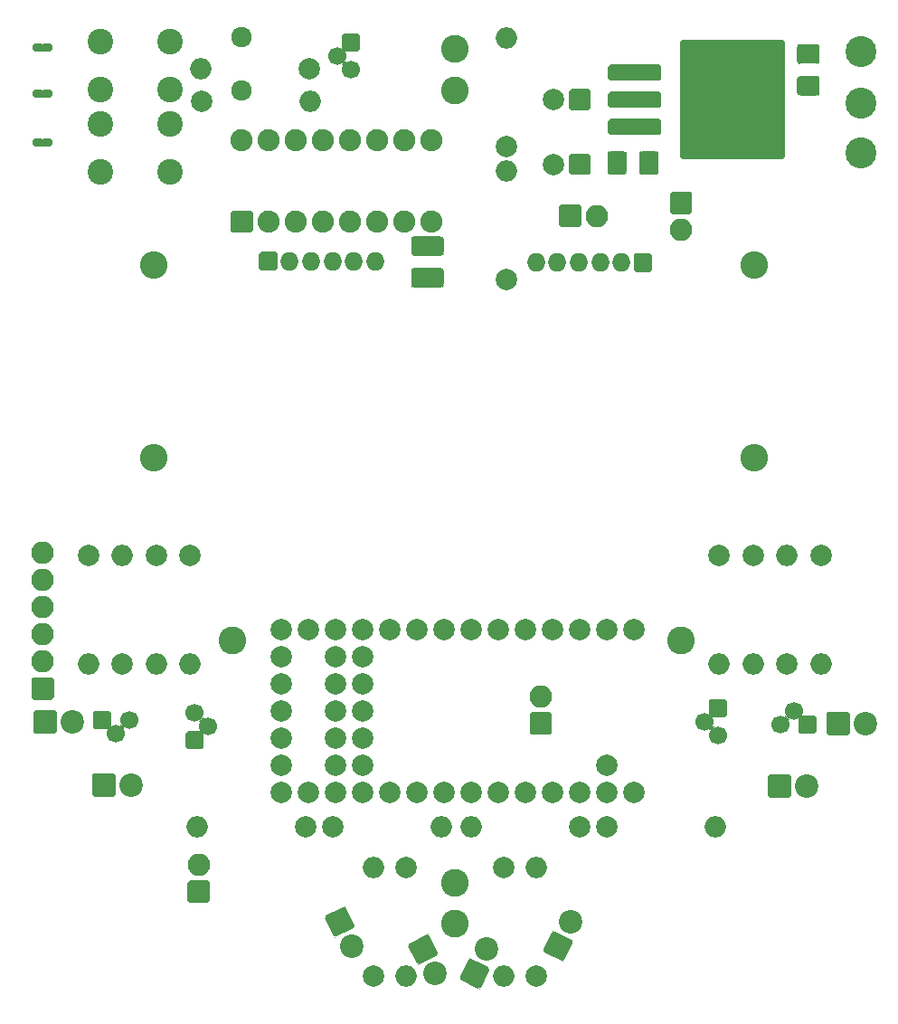
<source format=gts>
G04 #@! TF.GenerationSoftware,KiCad,Pcbnew,(5.1.7)-1*
G04 #@! TF.CreationDate,2021-05-02T01:51:04-07:00*
G04 #@! TF.ProjectId,mouse_v2,6d6f7573-655f-4763-922e-6b696361645f,rev?*
G04 #@! TF.SameCoordinates,Original*
G04 #@! TF.FileFunction,Soldermask,Top*
G04 #@! TF.FilePolarity,Negative*
%FSLAX46Y46*%
G04 Gerber Fmt 4.6, Leading zero omitted, Abs format (unit mm)*
G04 Created by KiCad (PCBNEW (5.1.7)-1) date 2021-05-02 01:51:04*
%MOMM*%
%LPD*%
G01*
G04 APERTURE LIST*
%ADD10C,2.000000*%
%ADD11C,1.700000*%
%ADD12C,2.900000*%
%ADD13O,2.000000X2.000000*%
%ADD14C,1.924000*%
%ADD15C,2.400000*%
%ADD16C,2.200000*%
%ADD17O,2.100000X2.100000*%
%ADD18C,2.076400*%
%ADD19C,2.584400*%
%ADD20O,1.750000X1.750000*%
%ADD21C,2.600000*%
%ADD22C,0.100000*%
G04 APERTURE END LIST*
G36*
G01*
X156275175Y-75578000D02*
X158684825Y-75578000D01*
G75*
G02*
X159005000Y-75898175I0J-320175D01*
G01*
X159005000Y-77082825D01*
G75*
G02*
X158684825Y-77403000I-320175J0D01*
G01*
X156275175Y-77403000D01*
G75*
G02*
X155955000Y-77082825I0J320175D01*
G01*
X155955000Y-75898175D01*
G75*
G02*
X156275175Y-75578000I320175J0D01*
G01*
G37*
G36*
G01*
X156275175Y-78553000D02*
X158684825Y-78553000D01*
G75*
G02*
X159005000Y-78873175I0J-320175D01*
G01*
X159005000Y-80057825D01*
G75*
G02*
X158684825Y-80378000I-320175J0D01*
G01*
X156275175Y-80378000D01*
G75*
G02*
X155955000Y-80057825I0J320175D01*
G01*
X155955000Y-78873175D01*
G75*
G02*
X156275175Y-78553000I320175J0D01*
G01*
G37*
D10*
X169254800Y-62788800D03*
G36*
G01*
X172754800Y-61988800D02*
X172754800Y-63588800D01*
G75*
G02*
X172554800Y-63788800I-200000J0D01*
G01*
X170954800Y-63788800D01*
G75*
G02*
X170754800Y-63588800I0J200000D01*
G01*
X170754800Y-61988800D01*
G75*
G02*
X170954800Y-61788800I200000J0D01*
G01*
X172554800Y-61788800D01*
G75*
G02*
X172754800Y-61988800I0J-200000D01*
G01*
G37*
G36*
G01*
X172754800Y-68034000D02*
X172754800Y-69634000D01*
G75*
G02*
X172554800Y-69834000I-200000J0D01*
G01*
X170954800Y-69834000D01*
G75*
G02*
X170754800Y-69634000I0J200000D01*
G01*
X170754800Y-68034000D01*
G75*
G02*
X170954800Y-67834000I200000J0D01*
G01*
X172554800Y-67834000D01*
G75*
G02*
X172754800Y-68034000I0J-200000D01*
G01*
G37*
X169254800Y-68834000D03*
D11*
X190500000Y-121285000D03*
G36*
G01*
X193690000Y-122135000D02*
X192390000Y-122135000D01*
G75*
G02*
X192190000Y-121935000I0J200000D01*
G01*
X192190000Y-120635000D01*
G75*
G02*
X192390000Y-120435000I200000J0D01*
G01*
X193690000Y-120435000D01*
G75*
G02*
X193890000Y-120635000I0J-200000D01*
G01*
X193890000Y-121935000D01*
G75*
G02*
X193690000Y-122135000I-200000J0D01*
G01*
G37*
X191770000Y-120015000D03*
X183415940Y-120990360D03*
G36*
G01*
X185535940Y-119070360D02*
X185535940Y-120370360D01*
G75*
G02*
X185335940Y-120570360I-200000J0D01*
G01*
X184035940Y-120570360D01*
G75*
G02*
X183835940Y-120370360I0J200000D01*
G01*
X183835940Y-119070360D01*
G75*
G02*
X184035940Y-118870360I200000J0D01*
G01*
X185335940Y-118870360D01*
G75*
G02*
X185535940Y-119070360I0J-200000D01*
G01*
G37*
X184685940Y-122260360D03*
X129540000Y-120840500D03*
G36*
G01*
X126350000Y-119990500D02*
X127650000Y-119990500D01*
G75*
G02*
X127850000Y-120190500I0J-200000D01*
G01*
X127850000Y-121490500D01*
G75*
G02*
X127650000Y-121690500I-200000J0D01*
G01*
X126350000Y-121690500D01*
G75*
G02*
X126150000Y-121490500I0J200000D01*
G01*
X126150000Y-120190500D01*
G75*
G02*
X126350000Y-119990500I200000J0D01*
G01*
G37*
X128270000Y-122110500D03*
X136982200Y-121462800D03*
G36*
G01*
X134862200Y-123382800D02*
X134862200Y-122082800D01*
G75*
G02*
X135062200Y-121882800I200000J0D01*
G01*
X136362200Y-121882800D01*
G75*
G02*
X136562200Y-122082800I0J-200000D01*
G01*
X136562200Y-123382800D01*
G75*
G02*
X136362200Y-123582800I-200000J0D01*
G01*
X135062200Y-123582800D01*
G75*
G02*
X134862200Y-123382800I0J200000D01*
G01*
G37*
X135712200Y-120192800D03*
D12*
X198069200Y-58319200D03*
X198069200Y-63069200D03*
X198069200Y-67769200D03*
D10*
X146405600Y-59893200D03*
D13*
X136245600Y-59893200D03*
D14*
X140055600Y-61885200D03*
X140105600Y-56885200D03*
G36*
G01*
X174333200Y-69436425D02*
X174333200Y-67926775D01*
G75*
G02*
X174653375Y-67606600I320175J0D01*
G01*
X175838025Y-67606600D01*
G75*
G02*
X176158200Y-67926775I0J-320175D01*
G01*
X176158200Y-69436425D01*
G75*
G02*
X175838025Y-69756600I-320175J0D01*
G01*
X174653375Y-69756600D01*
G75*
G02*
X174333200Y-69436425I0J320175D01*
G01*
G37*
G36*
G01*
X177308200Y-69436425D02*
X177308200Y-67926775D01*
G75*
G02*
X177628375Y-67606600I320175J0D01*
G01*
X178813025Y-67606600D01*
G75*
G02*
X179133200Y-67926775I0J-320175D01*
G01*
X179133200Y-69436425D01*
G75*
G02*
X178813025Y-69756600I-320175J0D01*
G01*
X177628375Y-69756600D01*
G75*
G02*
X177308200Y-69436425I0J320175D01*
G01*
G37*
D15*
X126885700Y-61853200D03*
X126885700Y-57353200D03*
X133385700Y-61853200D03*
X133385700Y-57353200D03*
G36*
G01*
X174401800Y-60798800D02*
X174401800Y-59698800D01*
G75*
G02*
X174601800Y-59498800I200000J0D01*
G01*
X179201800Y-59498800D01*
G75*
G02*
X179401800Y-59698800I0J-200000D01*
G01*
X179401800Y-60798800D01*
G75*
G02*
X179201800Y-60998800I-200000J0D01*
G01*
X174601800Y-60998800D01*
G75*
G02*
X174401800Y-60798800I0J200000D01*
G01*
G37*
G36*
G01*
X174401800Y-63338800D02*
X174401800Y-62238800D01*
G75*
G02*
X174601800Y-62038800I200000J0D01*
G01*
X179201800Y-62038800D01*
G75*
G02*
X179401800Y-62238800I0J-200000D01*
G01*
X179401800Y-63338800D01*
G75*
G02*
X179201800Y-63538800I-200000J0D01*
G01*
X174601800Y-63538800D01*
G75*
G02*
X174401800Y-63338800I0J200000D01*
G01*
G37*
G36*
G01*
X174401800Y-65878800D02*
X174401800Y-64778800D01*
G75*
G02*
X174601800Y-64578800I200000J0D01*
G01*
X179201800Y-64578800D01*
G75*
G02*
X179401800Y-64778800I0J-200000D01*
G01*
X179401800Y-65878800D01*
G75*
G02*
X179201800Y-66078800I-200000J0D01*
G01*
X174601800Y-66078800D01*
G75*
G02*
X174401800Y-65878800I0J200000D01*
G01*
G37*
G36*
G01*
X181151800Y-68188801D02*
X181151800Y-57388799D01*
G75*
G02*
X181351799Y-57188800I199999J0D01*
G01*
X190751801Y-57188800D01*
G75*
G02*
X190951800Y-57388799I0J-199999D01*
G01*
X190951800Y-68188801D01*
G75*
G02*
X190751801Y-68388800I-199999J0D01*
G01*
X181351799Y-68388800D01*
G75*
G02*
X181151800Y-68188801I0J199999D01*
G01*
G37*
D10*
X128905000Y-115570000D03*
D13*
X128905000Y-105410000D03*
X155473400Y-144805400D03*
D10*
X155473400Y-134645400D03*
X184785000Y-105410000D03*
D13*
X184785000Y-115570000D03*
X135255000Y-115570000D03*
D10*
X135255000Y-105410000D03*
X136347200Y-62941200D03*
D13*
X146507200Y-62941200D03*
X135890000Y-130810000D03*
D10*
X146050000Y-130810000D03*
X164592000Y-134645400D03*
D13*
X164592000Y-144805400D03*
X132080000Y-115570000D03*
D10*
X132080000Y-105410000D03*
X174244000Y-130810000D03*
D13*
X184404000Y-130810000D03*
X161544000Y-130810000D03*
D10*
X171704000Y-130810000D03*
X191135000Y-115570000D03*
D13*
X191135000Y-105410000D03*
X152400000Y-134620000D03*
D10*
X152400000Y-144780000D03*
X125730000Y-105410000D03*
D13*
X125730000Y-115570000D03*
X167640000Y-134620000D03*
D10*
X167640000Y-144780000D03*
X194310000Y-105410000D03*
D13*
X194310000Y-115570000D03*
X187960000Y-115570000D03*
D10*
X187960000Y-105410000D03*
X148590000Y-130810000D03*
D13*
X158750000Y-130810000D03*
G36*
G01*
X126077800Y-127823800D02*
X126077800Y-126023800D01*
G75*
G02*
X126277800Y-125823800I200000J0D01*
G01*
X128077800Y-125823800D01*
G75*
G02*
X128277800Y-126023800I0J-200000D01*
G01*
X128277800Y-127823800D01*
G75*
G02*
X128077800Y-128023800I-200000J0D01*
G01*
X126277800Y-128023800D01*
G75*
G02*
X126077800Y-127823800I0J200000D01*
G01*
G37*
D16*
X129717800Y-126923800D03*
X198475600Y-121158000D03*
G36*
G01*
X194835600Y-122058000D02*
X194835600Y-120258000D01*
G75*
G02*
X195035600Y-120058000I200000J0D01*
G01*
X196835600Y-120058000D01*
G75*
G02*
X197035600Y-120258000I0J-200000D01*
G01*
X197035600Y-122058000D01*
G75*
G02*
X196835600Y-122258000I-200000J0D01*
G01*
X195035600Y-122258000D01*
G75*
G02*
X194835600Y-122058000I0J200000D01*
G01*
G37*
X170856142Y-139738267D03*
G36*
G01*
X170037423Y-143397406D02*
X168426541Y-142594250D01*
G75*
G02*
X168336794Y-142326023I89240J178987D01*
G01*
X169139950Y-140715141D01*
G75*
G02*
X169408177Y-140625394I178987J-89240D01*
G01*
X171019059Y-141428550D01*
G75*
G02*
X171108806Y-141696777I-89240J-178987D01*
G01*
X170305650Y-143307659D01*
G75*
G02*
X170037423Y-143397406I-178987J89240D01*
G01*
G37*
G36*
G01*
X171690400Y-74710000D02*
X169990400Y-74710000D01*
G75*
G02*
X169790400Y-74510000I0J200000D01*
G01*
X169790400Y-72810000D01*
G75*
G02*
X169990400Y-72610000I200000J0D01*
G01*
X171690400Y-72610000D01*
G75*
G02*
X171890400Y-72810000I0J-200000D01*
G01*
X171890400Y-74510000D01*
G75*
G02*
X171690400Y-74710000I-200000J0D01*
G01*
G37*
D17*
X173380400Y-73660000D03*
G36*
G01*
X162214223Y-145962806D02*
X160603341Y-145159650D01*
G75*
G02*
X160513594Y-144891423I89240J178987D01*
G01*
X161316750Y-143280541D01*
G75*
G02*
X161584977Y-143190794I178987J-89240D01*
G01*
X163195859Y-143993950D01*
G75*
G02*
X163285606Y-144262177I-89240J-178987D01*
G01*
X162482450Y-145873059D01*
G75*
G02*
X162214223Y-145962806I-178987J89240D01*
G01*
G37*
D16*
X163032942Y-142303667D03*
X124218700Y-121031000D03*
G36*
G01*
X120578700Y-121931000D02*
X120578700Y-120131000D01*
G75*
G02*
X120778700Y-119931000I200000J0D01*
G01*
X122578700Y-119931000D01*
G75*
G02*
X122778700Y-120131000I0J-200000D01*
G01*
X122778700Y-121931000D01*
G75*
G02*
X122578700Y-122131000I-200000J0D01*
G01*
X120778700Y-122131000D01*
G75*
G02*
X120578700Y-121931000I0J200000D01*
G01*
G37*
G36*
G01*
X155786999Y-141720817D02*
X157397881Y-140917661D01*
G75*
G02*
X157666108Y-141007408I89240J-178987D01*
G01*
X158469264Y-142618290D01*
G75*
G02*
X158379517Y-142886517I-178987J-89240D01*
G01*
X156768635Y-143689673D01*
G75*
G02*
X156500408Y-143599926I-89240J178987D01*
G01*
X155697252Y-141989044D01*
G75*
G02*
X155786999Y-141720817I178987J89240D01*
G01*
G37*
X158216600Y-144576800D03*
G36*
G01*
X189349200Y-127950800D02*
X189349200Y-126150800D01*
G75*
G02*
X189549200Y-125950800I200000J0D01*
G01*
X191349200Y-125950800D01*
G75*
G02*
X191549200Y-126150800I0J-200000D01*
G01*
X191549200Y-127950800D01*
G75*
G02*
X191349200Y-128150800I-200000J0D01*
G01*
X189549200Y-128150800D01*
G75*
G02*
X189349200Y-127950800I0J200000D01*
G01*
G37*
X192989200Y-127050800D03*
X150418800Y-142011400D03*
G36*
G01*
X147989199Y-139155417D02*
X149600081Y-138352261D01*
G75*
G02*
X149868308Y-138442008I89240J-178987D01*
G01*
X150671464Y-140052890D01*
G75*
G02*
X150581717Y-140321117I-178987J-89240D01*
G01*
X148970835Y-141124273D01*
G75*
G02*
X148702608Y-141034526I-89240J178987D01*
G01*
X147899452Y-139423644D01*
G75*
G02*
X147989199Y-139155417I178987J89240D01*
G01*
G37*
G36*
G01*
X140936980Y-75251920D02*
X139260580Y-75251920D01*
G75*
G02*
X139060580Y-75051920I0J200000D01*
G01*
X139060580Y-73375520D01*
G75*
G02*
X139260580Y-73175520I200000J0D01*
G01*
X140936980Y-73175520D01*
G75*
G02*
X141136980Y-73375520I0J-200000D01*
G01*
X141136980Y-75051920D01*
G75*
G02*
X140936980Y-75251920I-200000J0D01*
G01*
G37*
D18*
X142638780Y-74213720D03*
X145178780Y-74213720D03*
X147718780Y-74213720D03*
X150258780Y-74213720D03*
X152798780Y-74213720D03*
X155338780Y-74213720D03*
X157878780Y-74213720D03*
X157878780Y-66593720D03*
X155338780Y-66593720D03*
X152798780Y-66593720D03*
X150258780Y-66593720D03*
X147718780Y-66593720D03*
X145178780Y-66593720D03*
X142638780Y-66593720D03*
X140098780Y-66593720D03*
D19*
X131873000Y-96274400D03*
X131873000Y-78274400D03*
X188040000Y-78274400D03*
X188040000Y-96274400D03*
G36*
G01*
X180179000Y-73303500D02*
X180179000Y-71603500D01*
G75*
G02*
X180379000Y-71403500I200000J0D01*
G01*
X182079000Y-71403500D01*
G75*
G02*
X182279000Y-71603500I0J-200000D01*
G01*
X182279000Y-73303500D01*
G75*
G02*
X182079000Y-73503500I-200000J0D01*
G01*
X180379000Y-73503500D01*
G75*
G02*
X180179000Y-73303500I0J200000D01*
G01*
G37*
D17*
X181229000Y-74993500D03*
D20*
X167655240Y-78038960D03*
X169655240Y-78038960D03*
X171655240Y-78038960D03*
X173655240Y-78038960D03*
X175655240Y-78038960D03*
G36*
G01*
X176980240Y-77163960D02*
X178330240Y-77163960D01*
G75*
G02*
X178530240Y-77363960I0J-200000D01*
G01*
X178530240Y-78713960D01*
G75*
G02*
X178330240Y-78913960I-200000J0D01*
G01*
X176980240Y-78913960D01*
G75*
G02*
X176780240Y-78713960I0J200000D01*
G01*
X176780240Y-77363960D01*
G75*
G02*
X176980240Y-77163960I200000J0D01*
G01*
G37*
G36*
G01*
X143270600Y-78776800D02*
X141920600Y-78776800D01*
G75*
G02*
X141720600Y-78576800I0J200000D01*
G01*
X141720600Y-77226800D01*
G75*
G02*
X141920600Y-77026800I200000J0D01*
G01*
X143270600Y-77026800D01*
G75*
G02*
X143470600Y-77226800I0J-200000D01*
G01*
X143470600Y-78576800D01*
G75*
G02*
X143270600Y-78776800I-200000J0D01*
G01*
G37*
X144595600Y-77901800D03*
X146595600Y-77901800D03*
X148595600Y-77901800D03*
X150595600Y-77901800D03*
X152595600Y-77901800D03*
G36*
G01*
X192386775Y-57594800D02*
X193896425Y-57594800D01*
G75*
G02*
X194216600Y-57914975I0J-320175D01*
G01*
X194216600Y-59099625D01*
G75*
G02*
X193896425Y-59419800I-320175J0D01*
G01*
X192386775Y-59419800D01*
G75*
G02*
X192066600Y-59099625I0J320175D01*
G01*
X192066600Y-57914975D01*
G75*
G02*
X192386775Y-57594800I320175J0D01*
G01*
G37*
G36*
G01*
X192386775Y-60569800D02*
X193896425Y-60569800D01*
G75*
G02*
X194216600Y-60889975I0J-320175D01*
G01*
X194216600Y-62074625D01*
G75*
G02*
X193896425Y-62394800I-320175J0D01*
G01*
X192386775Y-62394800D01*
G75*
G02*
X192066600Y-62074625I0J320175D01*
G01*
X192066600Y-60889975D01*
G75*
G02*
X192386775Y-60569800I320175J0D01*
G01*
G37*
G36*
G01*
X122512800Y-117056800D02*
X122512800Y-118756800D01*
G75*
G02*
X122312800Y-118956800I-200000J0D01*
G01*
X120612800Y-118956800D01*
G75*
G02*
X120412800Y-118756800I0J200000D01*
G01*
X120412800Y-117056800D01*
G75*
G02*
X120612800Y-116856800I200000J0D01*
G01*
X122312800Y-116856800D01*
G75*
G02*
X122512800Y-117056800I0J-200000D01*
G01*
G37*
D17*
X121462800Y-115366800D03*
X121462800Y-112826800D03*
X121462800Y-110286800D03*
X121462800Y-107746800D03*
X121462800Y-105206800D03*
D10*
X143764000Y-120000000D03*
X143764000Y-122540000D03*
X143764000Y-125080000D03*
X143764000Y-127620000D03*
X143764000Y-117460000D03*
X143764000Y-114920000D03*
X143764000Y-112380000D03*
X146304000Y-127620000D03*
X148844000Y-127620000D03*
X151384000Y-127620000D03*
X153924000Y-127620000D03*
X156464000Y-127620000D03*
X159004000Y-127620000D03*
X161544000Y-127620000D03*
X164084000Y-127620000D03*
X166624000Y-127620000D03*
X169164000Y-127620000D03*
X171704000Y-127620000D03*
X174244000Y-127620000D03*
X176784000Y-127620000D03*
X174244000Y-125080000D03*
X146304000Y-112380000D03*
X148844000Y-112380000D03*
X151384000Y-112380000D03*
X153924000Y-112380000D03*
X156464000Y-112380000D03*
X159004000Y-112380000D03*
X161544000Y-112380000D03*
X164084000Y-112380000D03*
X166624000Y-112380000D03*
X169164000Y-112380000D03*
X171704000Y-112380000D03*
X174244000Y-112380000D03*
X176784000Y-112380000D03*
X148844000Y-125080000D03*
X151384000Y-125080000D03*
X148844000Y-122540000D03*
X151384000Y-122540000D03*
X148844000Y-120000000D03*
X151384000Y-120000000D03*
X148844000Y-117460000D03*
X151384000Y-117460000D03*
X148844000Y-114920000D03*
X151384000Y-114920000D03*
G36*
G01*
X169147200Y-120308000D02*
X169147200Y-122008000D01*
G75*
G02*
X168947200Y-122208000I-200000J0D01*
G01*
X167247200Y-122208000D01*
G75*
G02*
X167047200Y-122008000I0J200000D01*
G01*
X167047200Y-120308000D01*
G75*
G02*
X167247200Y-120108000I200000J0D01*
G01*
X168947200Y-120108000D01*
G75*
G02*
X169147200Y-120308000I0J-200000D01*
G01*
G37*
D17*
X168097200Y-118618000D03*
D21*
X181229000Y-113411000D03*
X139255500Y-113411000D03*
D13*
X164896800Y-69494400D03*
D10*
X164896800Y-79654400D03*
X164896800Y-67157600D03*
D13*
X164896800Y-56997600D03*
D21*
X160083500Y-61899800D03*
X160083500Y-139915900D03*
X160096200Y-58026300D03*
X160070800Y-136067800D03*
D11*
X149047200Y-58724800D03*
G36*
G01*
X151167200Y-56804800D02*
X151167200Y-58104800D01*
G75*
G02*
X150967200Y-58304800I-200000J0D01*
G01*
X149667200Y-58304800D01*
G75*
G02*
X149467200Y-58104800I0J200000D01*
G01*
X149467200Y-56804800D01*
G75*
G02*
X149667200Y-56604800I200000J0D01*
G01*
X150967200Y-56604800D01*
G75*
G02*
X151167200Y-56804800I0J-200000D01*
G01*
G37*
X150317200Y-59994800D03*
D15*
X126885700Y-69524000D03*
X126885700Y-65024000D03*
X133385700Y-69524000D03*
X133385700Y-65024000D03*
G36*
G01*
X137130500Y-136056000D02*
X137130500Y-137756000D01*
G75*
G02*
X136930500Y-137956000I-200000J0D01*
G01*
X135230500Y-137956000D01*
G75*
G02*
X135030500Y-137756000I0J200000D01*
G01*
X135030500Y-136056000D01*
G75*
G02*
X135230500Y-135856000I200000J0D01*
G01*
X136930500Y-135856000D01*
G75*
G02*
X137130500Y-136056000I0J-200000D01*
G01*
G37*
D17*
X136080500Y-134366000D03*
G36*
G01*
X120523500Y-67002000D02*
X120523500Y-66602000D01*
G75*
G02*
X120723500Y-66402000I200000J0D01*
G01*
X121358500Y-66402000D01*
G75*
G02*
X121558500Y-66602000I0J-200000D01*
G01*
X121558500Y-67002000D01*
G75*
G02*
X121358500Y-67202000I-200000J0D01*
G01*
X120723500Y-67202000D01*
G75*
G02*
X120523500Y-67002000I0J200000D01*
G01*
G37*
G36*
G01*
X121338500Y-67002000D02*
X121338500Y-66602000D01*
G75*
G02*
X121538500Y-66402000I200000J0D01*
G01*
X122173500Y-66402000D01*
G75*
G02*
X122373500Y-66602000I0J-200000D01*
G01*
X122373500Y-67002000D01*
G75*
G02*
X122173500Y-67202000I-200000J0D01*
G01*
X121538500Y-67202000D01*
G75*
G02*
X121338500Y-67002000I0J200000D01*
G01*
G37*
G36*
G01*
X121338500Y-58112000D02*
X121338500Y-57712000D01*
G75*
G02*
X121538500Y-57512000I200000J0D01*
G01*
X122173500Y-57512000D01*
G75*
G02*
X122373500Y-57712000I0J-200000D01*
G01*
X122373500Y-58112000D01*
G75*
G02*
X122173500Y-58312000I-200000J0D01*
G01*
X121538500Y-58312000D01*
G75*
G02*
X121338500Y-58112000I0J200000D01*
G01*
G37*
G36*
G01*
X120523500Y-58112000D02*
X120523500Y-57712000D01*
G75*
G02*
X120723500Y-57512000I200000J0D01*
G01*
X121358500Y-57512000D01*
G75*
G02*
X121558500Y-57712000I0J-200000D01*
G01*
X121558500Y-58112000D01*
G75*
G02*
X121358500Y-58312000I-200000J0D01*
G01*
X120723500Y-58312000D01*
G75*
G02*
X120523500Y-58112000I0J200000D01*
G01*
G37*
G36*
G01*
X120523500Y-62430000D02*
X120523500Y-62030000D01*
G75*
G02*
X120723500Y-61830000I200000J0D01*
G01*
X121358500Y-61830000D01*
G75*
G02*
X121558500Y-62030000I0J-200000D01*
G01*
X121558500Y-62430000D01*
G75*
G02*
X121358500Y-62630000I-200000J0D01*
G01*
X120723500Y-62630000D01*
G75*
G02*
X120523500Y-62430000I0J200000D01*
G01*
G37*
G36*
G01*
X121338500Y-62430000D02*
X121338500Y-62030000D01*
G75*
G02*
X121538500Y-61830000I200000J0D01*
G01*
X122173500Y-61830000D01*
G75*
G02*
X122373500Y-62030000I0J-200000D01*
G01*
X122373500Y-62430000D01*
G75*
G02*
X122173500Y-62630000I-200000J0D01*
G01*
X121538500Y-62630000D01*
G75*
G02*
X121338500Y-62430000I0J200000D01*
G01*
G37*
D22*
G36*
X163375738Y-144081400D02*
G01*
X163376842Y-144083068D01*
X163376636Y-144084082D01*
X163076774Y-144685511D01*
X162884488Y-145071177D01*
X162871998Y-145096228D01*
X162871824Y-145096577D01*
X162794332Y-145252002D01*
X162781668Y-145277402D01*
X162713114Y-145414900D01*
X162712922Y-145415285D01*
X162706581Y-145428003D01*
X162700450Y-145440300D01*
X162700258Y-145440685D01*
X162647115Y-145547273D01*
X162646850Y-145547805D01*
X162643810Y-145553902D01*
X162631146Y-145579302D01*
X162589509Y-145662813D01*
X162576845Y-145688213D01*
X162552394Y-145737254D01*
X162552106Y-145737832D01*
X162539730Y-145762654D01*
X162539442Y-145763232D01*
X162395000Y-146052938D01*
X162392318Y-146053836D01*
X160423462Y-145072200D01*
X160422358Y-145070532D01*
X160422564Y-145069518D01*
X160422566Y-145069513D01*
X160427038Y-145069513D01*
X162392313Y-146049363D01*
X162535862Y-145761448D01*
X162536150Y-145760870D01*
X162548526Y-145736048D01*
X162548814Y-145735470D01*
X162573265Y-145686429D01*
X162585929Y-145661029D01*
X162627566Y-145577518D01*
X162640230Y-145552118D01*
X162643270Y-145546021D01*
X162643535Y-145545489D01*
X162696678Y-145438901D01*
X162696870Y-145438516D01*
X162703001Y-145426219D01*
X162709342Y-145413501D01*
X162709534Y-145413116D01*
X162778088Y-145275618D01*
X162790752Y-145250218D01*
X162868244Y-145094793D01*
X162868418Y-145094444D01*
X162880908Y-145069393D01*
X163073194Y-144683727D01*
X163372163Y-144084087D01*
X161406888Y-143104237D01*
X161405512Y-143106996D01*
X161381875Y-143154405D01*
X161281056Y-143356616D01*
X161280768Y-143357194D01*
X161259793Y-143399263D01*
X161215781Y-143487538D01*
X161155930Y-143607580D01*
X161155665Y-143608112D01*
X161096199Y-143727382D01*
X161070062Y-143779805D01*
X161010382Y-143899504D01*
X160956114Y-144008349D01*
X160943450Y-144033749D01*
X160930782Y-144059157D01*
X160726006Y-144469874D01*
X160427038Y-145069513D01*
X160422566Y-145069513D01*
X160722426Y-144468089D01*
X160927202Y-144057372D01*
X160939870Y-144031964D01*
X160952534Y-144006564D01*
X161006802Y-143897719D01*
X161066482Y-143778020D01*
X161092619Y-143725597D01*
X161152085Y-143606327D01*
X161152350Y-143605795D01*
X161212201Y-143485753D01*
X161256213Y-143397478D01*
X161277188Y-143355409D01*
X161277476Y-143354831D01*
X161378295Y-143152620D01*
X161401932Y-143105211D01*
X161404200Y-143100662D01*
X161406882Y-143099764D01*
X163375738Y-144081400D01*
G37*
G36*
X157577972Y-140826753D02*
G01*
X157578658Y-140827529D01*
X157580926Y-140832078D01*
X157624490Y-140919454D01*
X157624490Y-140919455D01*
X157624723Y-140919922D01*
X157684789Y-141040395D01*
X157685054Y-141040927D01*
X157743650Y-141158452D01*
X157743938Y-141159030D01*
X157744520Y-141160197D01*
X157770657Y-141212620D01*
X157820735Y-141313061D01*
X157830508Y-141332662D01*
X157830773Y-141333194D01*
X157890239Y-141452464D01*
X157909937Y-141491972D01*
X158009266Y-141691195D01*
X158055656Y-141784239D01*
X158114713Y-141902689D01*
X158260432Y-142194956D01*
X158560294Y-142796385D01*
X158560172Y-142798381D01*
X158559396Y-142799067D01*
X156590540Y-143780703D01*
X156588544Y-143780581D01*
X156587858Y-143779805D01*
X156561953Y-143727847D01*
X156461134Y-143525636D01*
X156460846Y-143525058D01*
X156439871Y-143482989D01*
X156336008Y-143274672D01*
X156335743Y-143274140D01*
X156276277Y-143154870D01*
X156250140Y-143102447D01*
X156190289Y-142982405D01*
X156190024Y-142981873D01*
X156130558Y-142862603D01*
X156110860Y-142823095D01*
X155965141Y-142530828D01*
X155906084Y-142412378D01*
X155606225Y-141810954D01*
X155610695Y-141810954D01*
X155909664Y-142410594D01*
X155968721Y-142529044D01*
X156114440Y-142821311D01*
X156134138Y-142860819D01*
X156193604Y-142980089D01*
X156193869Y-142980621D01*
X156253720Y-143100663D01*
X156279857Y-143153086D01*
X156339323Y-143272356D01*
X156339588Y-143272888D01*
X156443451Y-143481205D01*
X156464426Y-143523274D01*
X156464714Y-143523852D01*
X156565533Y-143726063D01*
X156590545Y-143776230D01*
X158555821Y-142796380D01*
X158256852Y-142196740D01*
X158111133Y-141904473D01*
X158052076Y-141786023D01*
X158005686Y-141692979D01*
X157906357Y-141493756D01*
X157886659Y-141454248D01*
X157827193Y-141334978D01*
X157826928Y-141334446D01*
X157817155Y-141314845D01*
X157767077Y-141214404D01*
X157740940Y-141161981D01*
X157740358Y-141160814D01*
X157740070Y-141160236D01*
X157681474Y-141042711D01*
X157681209Y-141042179D01*
X157621143Y-140921706D01*
X157621143Y-140921705D01*
X157620910Y-140921237D01*
X157577346Y-140833862D01*
X157575971Y-140831104D01*
X155610695Y-141810954D01*
X155606225Y-141810954D01*
X155606222Y-141810949D01*
X155607120Y-141808267D01*
X157575976Y-140826631D01*
X157577972Y-140826753D01*
G37*
G36*
X171198938Y-141516000D02*
G01*
X171200042Y-141517668D01*
X171199836Y-141518682D01*
X170899974Y-142120111D01*
X170754255Y-142412378D01*
X170695198Y-142530828D01*
X170648808Y-142623872D01*
X170549479Y-142823095D01*
X170529781Y-142862603D01*
X170470315Y-142981873D01*
X170470050Y-142982405D01*
X170460277Y-143002006D01*
X170410199Y-143102447D01*
X170384062Y-143154870D01*
X170324596Y-143274140D01*
X170324331Y-143274672D01*
X170220468Y-143482989D01*
X170218200Y-143487538D01*
X170215518Y-143488436D01*
X168246662Y-142506800D01*
X168245558Y-142505132D01*
X168245764Y-142504118D01*
X168245766Y-142504113D01*
X168250237Y-142504113D01*
X170215512Y-143483963D01*
X170216888Y-143481204D01*
X170320751Y-143272887D01*
X170321016Y-143272355D01*
X170380482Y-143153085D01*
X170406619Y-143100662D01*
X170456697Y-143000221D01*
X170466470Y-142980620D01*
X170466735Y-142980088D01*
X170526201Y-142860818D01*
X170545899Y-142821310D01*
X170645228Y-142622087D01*
X170691618Y-142529043D01*
X170750675Y-142410593D01*
X170896394Y-142118326D01*
X171195362Y-141518687D01*
X169230087Y-140538837D01*
X169205075Y-140589004D01*
X169129233Y-140741119D01*
X169104256Y-140791215D01*
X169103968Y-140791793D01*
X169082993Y-140833862D01*
X169039429Y-140921238D01*
X168979130Y-141042179D01*
X168978865Y-141042711D01*
X168920269Y-141160236D01*
X168919981Y-141160814D01*
X168919399Y-141161981D01*
X168893262Y-141214404D01*
X168833411Y-141334446D01*
X168833146Y-141334978D01*
X168773680Y-141454248D01*
X168753982Y-141493756D01*
X168608263Y-141786023D01*
X168549206Y-141904473D01*
X168250237Y-142504113D01*
X168245766Y-142504113D01*
X168545626Y-141902689D01*
X168604683Y-141784239D01*
X168750402Y-141491972D01*
X168770100Y-141452464D01*
X168829566Y-141333194D01*
X168829831Y-141332662D01*
X168889682Y-141212620D01*
X168915819Y-141160197D01*
X168916401Y-141159030D01*
X168916689Y-141158452D01*
X168975285Y-141040927D01*
X168975550Y-141040395D01*
X169035849Y-140919454D01*
X169079413Y-140832078D01*
X169100388Y-140790009D01*
X169100676Y-140789431D01*
X169125653Y-140739335D01*
X169201495Y-140587220D01*
X169227400Y-140535262D01*
X169230082Y-140534364D01*
X171198938Y-141516000D01*
G37*
G36*
X149780172Y-138261353D02*
G01*
X149780858Y-138262129D01*
X149959918Y-138621268D01*
X149960218Y-138621870D01*
X150032708Y-138767262D01*
X150032973Y-138767794D01*
X150033330Y-138768510D01*
X150033596Y-138769043D01*
X150092439Y-138887064D01*
X150257856Y-139218839D01*
X150462632Y-139629556D01*
X150762494Y-140230985D01*
X150761596Y-140233667D01*
X148792740Y-141215303D01*
X148790744Y-141215181D01*
X148790058Y-141214405D01*
X148788127Y-141210532D01*
X148787827Y-141209930D01*
X148787790Y-141209856D01*
X148764153Y-141162447D01*
X148714715Y-141063290D01*
X148663334Y-140960236D01*
X148663046Y-140959658D01*
X148644124Y-140921706D01*
X148642071Y-140917589D01*
X148598059Y-140829314D01*
X148554278Y-140741503D01*
X148538208Y-140709272D01*
X148537943Y-140708740D01*
X148478477Y-140589470D01*
X148452340Y-140537047D01*
X148448631Y-140529608D01*
X148448488Y-140529321D01*
X148313060Y-140257695D01*
X148108284Y-139846978D01*
X147808425Y-139245554D01*
X147812895Y-139245554D01*
X148111864Y-139845194D01*
X148316640Y-140255911D01*
X148452068Y-140527537D01*
X148452211Y-140527824D01*
X148455920Y-140535263D01*
X148482057Y-140587686D01*
X148541523Y-140706956D01*
X148541788Y-140707488D01*
X148557858Y-140739719D01*
X148601639Y-140827530D01*
X148645651Y-140915805D01*
X148647704Y-140919922D01*
X148666626Y-140957874D01*
X148666914Y-140958452D01*
X148718295Y-141061506D01*
X148767733Y-141160663D01*
X148791369Y-141208070D01*
X148791407Y-141208146D01*
X148791707Y-141208748D01*
X148792745Y-141210830D01*
X150758021Y-140230980D01*
X150459052Y-139631340D01*
X150254276Y-139220623D01*
X150088859Y-138888848D01*
X150030016Y-138770827D01*
X150029750Y-138770294D01*
X150029393Y-138769578D01*
X150029128Y-138769046D01*
X149956638Y-138623654D01*
X149956338Y-138623052D01*
X149778171Y-138265704D01*
X147812895Y-139245554D01*
X147808425Y-139245554D01*
X147808422Y-139245549D01*
X147809320Y-139242867D01*
X149778176Y-138261231D01*
X149780172Y-138261353D01*
G37*
G36*
X184195122Y-121322323D02*
G01*
X184195449Y-121324122D01*
X184190175Y-121341506D01*
X184187812Y-121365498D01*
X184190175Y-121389489D01*
X184197175Y-121412564D01*
X184208540Y-121433827D01*
X184223835Y-121452464D01*
X184242472Y-121467760D01*
X184263736Y-121479125D01*
X184286810Y-121486125D01*
X184310802Y-121488488D01*
X184334793Y-121486125D01*
X184352179Y-121480851D01*
X184354127Y-121481305D01*
X184354708Y-121483219D01*
X184353525Y-121484613D01*
X184286200Y-121512500D01*
X184147980Y-121604855D01*
X184030435Y-121722400D01*
X183938080Y-121860620D01*
X183910193Y-121927944D01*
X183908606Y-121929162D01*
X183906758Y-121928397D01*
X183906431Y-121926598D01*
X183911705Y-121909214D01*
X183914068Y-121885222D01*
X183911705Y-121861231D01*
X183904705Y-121838156D01*
X183893340Y-121816893D01*
X183878045Y-121798256D01*
X183859408Y-121782960D01*
X183838144Y-121771595D01*
X183815070Y-121764595D01*
X183791078Y-121762232D01*
X183767087Y-121764595D01*
X183749701Y-121769869D01*
X183747753Y-121769415D01*
X183747172Y-121767501D01*
X183748355Y-121766107D01*
X183815680Y-121738220D01*
X183953900Y-121645865D01*
X184071445Y-121528320D01*
X184163800Y-121390100D01*
X184191687Y-121322776D01*
X184193274Y-121321558D01*
X184195122Y-121322323D01*
G37*
G36*
X128764253Y-121172915D02*
G01*
X128792140Y-121240240D01*
X128884495Y-121378460D01*
X129002040Y-121496005D01*
X129140260Y-121588360D01*
X129207584Y-121616247D01*
X129208802Y-121617834D01*
X129208037Y-121619682D01*
X129206238Y-121620009D01*
X129188854Y-121614735D01*
X129164862Y-121612372D01*
X129140871Y-121614735D01*
X129117796Y-121621735D01*
X129096533Y-121633100D01*
X129077896Y-121648395D01*
X129062600Y-121667032D01*
X129051235Y-121688296D01*
X129044235Y-121711370D01*
X129041872Y-121735362D01*
X129044235Y-121759353D01*
X129049509Y-121776739D01*
X129049055Y-121778687D01*
X129047141Y-121779268D01*
X129045747Y-121778085D01*
X129017860Y-121710760D01*
X128925505Y-121572540D01*
X128807960Y-121454995D01*
X128669740Y-121362640D01*
X128602416Y-121334753D01*
X128601198Y-121333166D01*
X128601963Y-121331318D01*
X128603762Y-121330991D01*
X128621146Y-121336265D01*
X128645138Y-121338628D01*
X128669129Y-121336265D01*
X128692204Y-121329265D01*
X128713467Y-121317900D01*
X128732104Y-121302605D01*
X128747400Y-121283968D01*
X128758765Y-121262704D01*
X128765765Y-121239630D01*
X128768128Y-121215638D01*
X128765765Y-121191647D01*
X128760491Y-121174261D01*
X128760945Y-121172313D01*
X128762859Y-121171732D01*
X128764253Y-121172915D01*
G37*
G36*
X136491382Y-120524763D02*
G01*
X136491709Y-120526562D01*
X136486435Y-120543946D01*
X136484072Y-120567938D01*
X136486435Y-120591929D01*
X136493435Y-120615004D01*
X136504800Y-120636267D01*
X136520095Y-120654904D01*
X136538732Y-120670200D01*
X136559996Y-120681565D01*
X136583070Y-120688565D01*
X136607062Y-120690928D01*
X136631053Y-120688565D01*
X136648439Y-120683291D01*
X136650387Y-120683745D01*
X136650968Y-120685659D01*
X136649785Y-120687053D01*
X136582460Y-120714940D01*
X136444240Y-120807295D01*
X136326695Y-120924840D01*
X136234340Y-121063060D01*
X136206453Y-121130384D01*
X136204866Y-121131602D01*
X136203018Y-121130837D01*
X136202691Y-121129038D01*
X136207965Y-121111654D01*
X136210328Y-121087662D01*
X136207965Y-121063671D01*
X136200965Y-121040596D01*
X136189600Y-121019333D01*
X136174305Y-121000696D01*
X136155668Y-120985400D01*
X136134404Y-120974035D01*
X136111330Y-120967035D01*
X136087338Y-120964672D01*
X136063347Y-120967035D01*
X136045961Y-120972309D01*
X136044013Y-120971855D01*
X136043432Y-120969941D01*
X136044615Y-120968547D01*
X136111940Y-120940660D01*
X136250160Y-120848305D01*
X136367705Y-120730760D01*
X136460060Y-120592540D01*
X136487947Y-120525216D01*
X136489534Y-120523998D01*
X136491382Y-120524763D01*
G37*
G36*
X190994253Y-120347415D02*
G01*
X191022140Y-120414740D01*
X191114495Y-120552960D01*
X191232040Y-120670505D01*
X191370260Y-120762860D01*
X191437584Y-120790747D01*
X191438802Y-120792334D01*
X191438037Y-120794182D01*
X191436238Y-120794509D01*
X191418854Y-120789235D01*
X191394862Y-120786872D01*
X191370871Y-120789235D01*
X191347796Y-120796235D01*
X191326533Y-120807600D01*
X191307896Y-120822895D01*
X191292600Y-120841532D01*
X191281235Y-120862796D01*
X191274235Y-120885870D01*
X191271872Y-120909862D01*
X191274235Y-120933853D01*
X191279509Y-120951239D01*
X191279055Y-120953187D01*
X191277141Y-120953768D01*
X191275747Y-120952585D01*
X191247860Y-120885260D01*
X191155505Y-120747040D01*
X191037960Y-120629495D01*
X190899740Y-120537140D01*
X190832416Y-120509253D01*
X190831198Y-120507666D01*
X190831963Y-120505818D01*
X190833762Y-120505491D01*
X190851146Y-120510765D01*
X190875138Y-120513128D01*
X190899129Y-120510765D01*
X190922204Y-120503765D01*
X190943467Y-120492400D01*
X190962104Y-120477105D01*
X190977400Y-120458468D01*
X190988765Y-120437204D01*
X190995765Y-120414130D01*
X190998128Y-120390138D01*
X190995765Y-120366147D01*
X190990491Y-120348761D01*
X190990945Y-120346813D01*
X190992859Y-120346232D01*
X190994253Y-120347415D01*
G37*
G36*
X159006165Y-80056199D02*
G01*
X159007000Y-80057825D01*
X159007000Y-80132825D01*
X159006990Y-80133021D01*
X159001804Y-80185677D01*
X159001728Y-80186062D01*
X158988160Y-80230788D01*
X158988010Y-80231150D01*
X158965976Y-80272373D01*
X158965758Y-80272699D01*
X158936107Y-80308830D01*
X158935830Y-80309107D01*
X158899699Y-80338758D01*
X158899373Y-80338976D01*
X158858150Y-80361010D01*
X158857788Y-80361160D01*
X158813062Y-80374728D01*
X158812677Y-80374804D01*
X158760021Y-80379990D01*
X158759825Y-80380000D01*
X158684825Y-80380000D01*
X158683093Y-80379000D01*
X158683093Y-80377000D01*
X158684629Y-80376010D01*
X158746893Y-80369878D01*
X158806582Y-80351771D01*
X158861589Y-80322370D01*
X158909802Y-80282802D01*
X158949370Y-80234589D01*
X158978771Y-80179582D01*
X158996878Y-80119893D01*
X159003010Y-80057629D01*
X159004175Y-80056003D01*
X159006165Y-80056199D01*
G37*
G36*
X155956990Y-80057629D02*
G01*
X155963122Y-80119893D01*
X155981229Y-80179582D01*
X156010630Y-80234589D01*
X156050198Y-80282802D01*
X156098411Y-80322370D01*
X156153418Y-80351771D01*
X156213107Y-80369878D01*
X156275371Y-80376010D01*
X156276997Y-80377175D01*
X156276801Y-80379165D01*
X156275175Y-80380000D01*
X156200175Y-80380000D01*
X156199979Y-80379990D01*
X156147323Y-80374804D01*
X156146938Y-80374728D01*
X156102212Y-80361160D01*
X156101850Y-80361010D01*
X156060627Y-80338976D01*
X156060301Y-80338758D01*
X156024170Y-80309107D01*
X156023893Y-80308830D01*
X155994242Y-80272699D01*
X155994024Y-80272373D01*
X155971990Y-80231150D01*
X155971840Y-80230788D01*
X155958272Y-80186062D01*
X155958196Y-80185677D01*
X155953010Y-80133021D01*
X155953000Y-80132825D01*
X155953000Y-80057825D01*
X155954000Y-80056093D01*
X155956000Y-80056093D01*
X155956990Y-80057629D01*
G37*
G36*
X156276907Y-78552000D02*
G01*
X156276907Y-78554000D01*
X156275371Y-78554990D01*
X156213107Y-78561122D01*
X156153418Y-78579229D01*
X156098411Y-78608630D01*
X156050198Y-78648198D01*
X156010630Y-78696411D01*
X155981229Y-78751418D01*
X155963122Y-78811107D01*
X155956990Y-78873371D01*
X155955825Y-78874997D01*
X155953835Y-78874801D01*
X155953000Y-78873175D01*
X155953000Y-78798175D01*
X155953010Y-78797979D01*
X155958196Y-78745323D01*
X155958272Y-78744938D01*
X155971840Y-78700212D01*
X155971990Y-78699850D01*
X155994024Y-78658627D01*
X155994242Y-78658301D01*
X156023893Y-78622170D01*
X156024170Y-78621893D01*
X156060301Y-78592242D01*
X156060627Y-78592024D01*
X156101850Y-78569990D01*
X156102212Y-78569840D01*
X156146938Y-78556272D01*
X156147323Y-78556196D01*
X156199979Y-78551010D01*
X156200175Y-78551000D01*
X156275175Y-78551000D01*
X156276907Y-78552000D01*
G37*
G36*
X158760021Y-78551010D02*
G01*
X158812677Y-78556196D01*
X158813062Y-78556272D01*
X158857788Y-78569840D01*
X158858150Y-78569990D01*
X158899373Y-78592024D01*
X158899699Y-78592242D01*
X158935830Y-78621893D01*
X158936107Y-78622170D01*
X158965758Y-78658301D01*
X158965976Y-78658627D01*
X158988010Y-78699850D01*
X158988160Y-78700212D01*
X159001728Y-78744938D01*
X159001804Y-78745323D01*
X159006990Y-78797979D01*
X159007000Y-78798175D01*
X159007000Y-78873175D01*
X159006000Y-78874907D01*
X159004000Y-78874907D01*
X159003010Y-78873371D01*
X158996878Y-78811107D01*
X158978771Y-78751418D01*
X158949370Y-78696411D01*
X158909802Y-78648198D01*
X158861589Y-78608630D01*
X158806582Y-78579229D01*
X158746893Y-78561122D01*
X158684629Y-78554990D01*
X158683003Y-78553825D01*
X158683199Y-78551835D01*
X158684825Y-78551000D01*
X158759825Y-78551000D01*
X158760021Y-78551010D01*
G37*
G36*
X159006165Y-77081199D02*
G01*
X159007000Y-77082825D01*
X159007000Y-77157825D01*
X159006990Y-77158021D01*
X159001804Y-77210677D01*
X159001728Y-77211062D01*
X158988160Y-77255788D01*
X158988010Y-77256150D01*
X158965976Y-77297373D01*
X158965758Y-77297699D01*
X158936107Y-77333830D01*
X158935830Y-77334107D01*
X158899699Y-77363758D01*
X158899373Y-77363976D01*
X158858150Y-77386010D01*
X158857788Y-77386160D01*
X158813062Y-77399728D01*
X158812677Y-77399804D01*
X158760021Y-77404990D01*
X158759825Y-77405000D01*
X158684825Y-77405000D01*
X158683093Y-77404000D01*
X158683093Y-77402000D01*
X158684629Y-77401010D01*
X158746893Y-77394878D01*
X158806582Y-77376771D01*
X158861589Y-77347370D01*
X158909802Y-77307802D01*
X158949370Y-77259589D01*
X158978771Y-77204582D01*
X158996878Y-77144893D01*
X159003010Y-77082629D01*
X159004175Y-77081003D01*
X159006165Y-77081199D01*
G37*
G36*
X155956990Y-77082629D02*
G01*
X155963122Y-77144893D01*
X155981229Y-77204582D01*
X156010630Y-77259589D01*
X156050198Y-77307802D01*
X156098411Y-77347370D01*
X156153418Y-77376771D01*
X156213107Y-77394878D01*
X156275371Y-77401010D01*
X156276997Y-77402175D01*
X156276801Y-77404165D01*
X156275175Y-77405000D01*
X156200175Y-77405000D01*
X156199979Y-77404990D01*
X156147323Y-77399804D01*
X156146938Y-77399728D01*
X156102212Y-77386160D01*
X156101850Y-77386010D01*
X156060627Y-77363976D01*
X156060301Y-77363758D01*
X156024170Y-77334107D01*
X156023893Y-77333830D01*
X155994242Y-77297699D01*
X155994024Y-77297373D01*
X155971990Y-77256150D01*
X155971840Y-77255788D01*
X155958272Y-77211062D01*
X155958196Y-77210677D01*
X155953010Y-77158021D01*
X155953000Y-77157825D01*
X155953000Y-77082825D01*
X155954000Y-77081093D01*
X155956000Y-77081093D01*
X155956990Y-77082629D01*
G37*
G36*
X156276907Y-75577000D02*
G01*
X156276907Y-75579000D01*
X156275371Y-75579990D01*
X156213107Y-75586122D01*
X156153418Y-75604229D01*
X156098411Y-75633630D01*
X156050198Y-75673198D01*
X156010630Y-75721411D01*
X155981229Y-75776418D01*
X155963122Y-75836107D01*
X155956990Y-75898371D01*
X155955825Y-75899997D01*
X155953835Y-75899801D01*
X155953000Y-75898175D01*
X155953000Y-75823175D01*
X155953010Y-75822979D01*
X155958196Y-75770323D01*
X155958272Y-75769938D01*
X155971840Y-75725212D01*
X155971990Y-75724850D01*
X155994024Y-75683627D01*
X155994242Y-75683301D01*
X156023893Y-75647170D01*
X156024170Y-75646893D01*
X156060301Y-75617242D01*
X156060627Y-75617024D01*
X156101850Y-75594990D01*
X156102212Y-75594840D01*
X156146938Y-75581272D01*
X156147323Y-75581196D01*
X156199979Y-75576010D01*
X156200175Y-75576000D01*
X156275175Y-75576000D01*
X156276907Y-75577000D01*
G37*
G36*
X158760021Y-75576010D02*
G01*
X158812677Y-75581196D01*
X158813062Y-75581272D01*
X158857788Y-75594840D01*
X158858150Y-75594990D01*
X158899373Y-75617024D01*
X158899699Y-75617242D01*
X158935830Y-75646893D01*
X158936107Y-75647170D01*
X158965758Y-75683301D01*
X158965976Y-75683627D01*
X158988010Y-75724850D01*
X158988160Y-75725212D01*
X159001728Y-75769938D01*
X159001804Y-75770323D01*
X159006990Y-75822979D01*
X159007000Y-75823175D01*
X159007000Y-75898175D01*
X159006000Y-75899907D01*
X159004000Y-75899907D01*
X159003010Y-75898371D01*
X158996878Y-75836107D01*
X158978771Y-75776418D01*
X158949370Y-75721411D01*
X158909802Y-75673198D01*
X158861589Y-75633630D01*
X158806582Y-75604229D01*
X158746893Y-75586122D01*
X158684629Y-75579990D01*
X158683003Y-75578825D01*
X158683199Y-75576835D01*
X158684825Y-75576000D01*
X158759825Y-75576000D01*
X158760021Y-75576010D01*
G37*
G36*
X174335190Y-69436229D02*
G01*
X174341322Y-69498493D01*
X174359429Y-69558182D01*
X174388830Y-69613189D01*
X174428398Y-69661402D01*
X174476611Y-69700970D01*
X174531618Y-69730371D01*
X174591307Y-69748478D01*
X174653571Y-69754610D01*
X174655197Y-69755775D01*
X174655001Y-69757765D01*
X174653375Y-69758600D01*
X174578375Y-69758600D01*
X174578179Y-69758590D01*
X174525523Y-69753404D01*
X174525138Y-69753328D01*
X174480412Y-69739760D01*
X174480050Y-69739610D01*
X174438827Y-69717576D01*
X174438501Y-69717358D01*
X174402370Y-69687707D01*
X174402093Y-69687430D01*
X174372442Y-69651299D01*
X174372224Y-69650973D01*
X174350190Y-69609750D01*
X174350040Y-69609388D01*
X174336472Y-69564662D01*
X174336396Y-69564277D01*
X174331210Y-69511621D01*
X174331200Y-69511425D01*
X174331200Y-69436425D01*
X174332200Y-69434693D01*
X174334200Y-69434693D01*
X174335190Y-69436229D01*
G37*
G36*
X179134365Y-69434799D02*
G01*
X179135200Y-69436425D01*
X179135200Y-69511425D01*
X179135190Y-69511621D01*
X179130004Y-69564277D01*
X179129928Y-69564662D01*
X179116360Y-69609388D01*
X179116210Y-69609750D01*
X179094176Y-69650973D01*
X179093958Y-69651299D01*
X179064307Y-69687430D01*
X179064030Y-69687707D01*
X179027899Y-69717358D01*
X179027573Y-69717576D01*
X178986350Y-69739610D01*
X178985988Y-69739760D01*
X178941262Y-69753328D01*
X178940877Y-69753404D01*
X178888221Y-69758590D01*
X178888025Y-69758600D01*
X178813025Y-69758600D01*
X178811293Y-69757600D01*
X178811293Y-69755600D01*
X178812829Y-69754610D01*
X178875093Y-69748478D01*
X178934782Y-69730371D01*
X178989789Y-69700970D01*
X179038002Y-69661402D01*
X179077570Y-69613189D01*
X179106971Y-69558182D01*
X179125078Y-69498493D01*
X179131210Y-69436229D01*
X179132375Y-69434603D01*
X179134365Y-69434799D01*
G37*
G36*
X177310190Y-69436229D02*
G01*
X177316322Y-69498493D01*
X177334429Y-69558182D01*
X177363830Y-69613189D01*
X177403398Y-69661402D01*
X177451611Y-69700970D01*
X177506618Y-69730371D01*
X177566307Y-69748478D01*
X177628571Y-69754610D01*
X177630197Y-69755775D01*
X177630001Y-69757765D01*
X177628375Y-69758600D01*
X177553375Y-69758600D01*
X177553179Y-69758590D01*
X177500523Y-69753404D01*
X177500138Y-69753328D01*
X177455412Y-69739760D01*
X177455050Y-69739610D01*
X177413827Y-69717576D01*
X177413501Y-69717358D01*
X177377370Y-69687707D01*
X177377093Y-69687430D01*
X177347442Y-69651299D01*
X177347224Y-69650973D01*
X177325190Y-69609750D01*
X177325040Y-69609388D01*
X177311472Y-69564662D01*
X177311396Y-69564277D01*
X177306210Y-69511621D01*
X177306200Y-69511425D01*
X177306200Y-69436425D01*
X177307200Y-69434693D01*
X177309200Y-69434693D01*
X177310190Y-69436229D01*
G37*
G36*
X176159365Y-69434799D02*
G01*
X176160200Y-69436425D01*
X176160200Y-69511425D01*
X176160190Y-69511621D01*
X176155004Y-69564277D01*
X176154928Y-69564662D01*
X176141360Y-69609388D01*
X176141210Y-69609750D01*
X176119176Y-69650973D01*
X176118958Y-69651299D01*
X176089307Y-69687430D01*
X176089030Y-69687707D01*
X176052899Y-69717358D01*
X176052573Y-69717576D01*
X176011350Y-69739610D01*
X176010988Y-69739760D01*
X175966262Y-69753328D01*
X175965877Y-69753404D01*
X175913221Y-69758590D01*
X175913025Y-69758600D01*
X175838025Y-69758600D01*
X175836293Y-69757600D01*
X175836293Y-69755600D01*
X175837829Y-69754610D01*
X175900093Y-69748478D01*
X175959782Y-69730371D01*
X176014789Y-69700970D01*
X176063002Y-69661402D01*
X176102570Y-69613189D01*
X176131971Y-69558182D01*
X176150078Y-69498493D01*
X176156210Y-69436229D01*
X176157375Y-69434603D01*
X176159365Y-69434799D01*
G37*
G36*
X174655107Y-67605600D02*
G01*
X174655107Y-67607600D01*
X174653571Y-67608590D01*
X174591307Y-67614722D01*
X174531618Y-67632829D01*
X174476611Y-67662230D01*
X174428398Y-67701798D01*
X174388830Y-67750011D01*
X174359429Y-67805018D01*
X174341322Y-67864707D01*
X174335190Y-67926971D01*
X174334025Y-67928597D01*
X174332035Y-67928401D01*
X174331200Y-67926775D01*
X174331200Y-67851775D01*
X174331210Y-67851579D01*
X174336396Y-67798923D01*
X174336472Y-67798538D01*
X174350040Y-67753812D01*
X174350190Y-67753450D01*
X174372224Y-67712227D01*
X174372442Y-67711901D01*
X174402093Y-67675770D01*
X174402370Y-67675493D01*
X174438501Y-67645842D01*
X174438827Y-67645624D01*
X174480050Y-67623590D01*
X174480412Y-67623440D01*
X174525138Y-67609872D01*
X174525523Y-67609796D01*
X174578179Y-67604610D01*
X174578375Y-67604600D01*
X174653375Y-67604600D01*
X174655107Y-67605600D01*
G37*
G36*
X177630107Y-67605600D02*
G01*
X177630107Y-67607600D01*
X177628571Y-67608590D01*
X177566307Y-67614722D01*
X177506618Y-67632829D01*
X177451611Y-67662230D01*
X177403398Y-67701798D01*
X177363830Y-67750011D01*
X177334429Y-67805018D01*
X177316322Y-67864707D01*
X177310190Y-67926971D01*
X177309025Y-67928597D01*
X177307035Y-67928401D01*
X177306200Y-67926775D01*
X177306200Y-67851775D01*
X177306210Y-67851579D01*
X177311396Y-67798923D01*
X177311472Y-67798538D01*
X177325040Y-67753812D01*
X177325190Y-67753450D01*
X177347224Y-67712227D01*
X177347442Y-67711901D01*
X177377093Y-67675770D01*
X177377370Y-67675493D01*
X177413501Y-67645842D01*
X177413827Y-67645624D01*
X177455050Y-67623590D01*
X177455412Y-67623440D01*
X177500138Y-67609872D01*
X177500523Y-67609796D01*
X177553179Y-67604610D01*
X177553375Y-67604600D01*
X177628375Y-67604600D01*
X177630107Y-67605600D01*
G37*
G36*
X175913221Y-67604610D02*
G01*
X175965877Y-67609796D01*
X175966262Y-67609872D01*
X176010988Y-67623440D01*
X176011350Y-67623590D01*
X176052573Y-67645624D01*
X176052899Y-67645842D01*
X176089030Y-67675493D01*
X176089307Y-67675770D01*
X176118958Y-67711901D01*
X176119176Y-67712227D01*
X176141210Y-67753450D01*
X176141360Y-67753812D01*
X176154928Y-67798538D01*
X176155004Y-67798923D01*
X176160190Y-67851579D01*
X176160200Y-67851775D01*
X176160200Y-67926775D01*
X176159200Y-67928507D01*
X176157200Y-67928507D01*
X176156210Y-67926971D01*
X176150078Y-67864707D01*
X176131971Y-67805018D01*
X176102570Y-67750011D01*
X176063002Y-67701798D01*
X176014789Y-67662230D01*
X175959782Y-67632829D01*
X175900093Y-67614722D01*
X175837829Y-67608590D01*
X175836203Y-67607425D01*
X175836399Y-67605435D01*
X175838025Y-67604600D01*
X175913025Y-67604600D01*
X175913221Y-67604610D01*
G37*
G36*
X178888221Y-67604610D02*
G01*
X178940877Y-67609796D01*
X178941262Y-67609872D01*
X178985988Y-67623440D01*
X178986350Y-67623590D01*
X179027573Y-67645624D01*
X179027899Y-67645842D01*
X179064030Y-67675493D01*
X179064307Y-67675770D01*
X179093958Y-67711901D01*
X179094176Y-67712227D01*
X179116210Y-67753450D01*
X179116360Y-67753812D01*
X179129928Y-67798538D01*
X179130004Y-67798923D01*
X179135190Y-67851579D01*
X179135200Y-67851775D01*
X179135200Y-67926775D01*
X179134200Y-67928507D01*
X179132200Y-67928507D01*
X179131210Y-67926971D01*
X179125078Y-67864707D01*
X179106971Y-67805018D01*
X179077570Y-67750011D01*
X179038002Y-67701798D01*
X178989789Y-67662230D01*
X178934782Y-67632829D01*
X178875093Y-67614722D01*
X178812829Y-67608590D01*
X178811203Y-67607425D01*
X178811399Y-67605435D01*
X178813025Y-67604600D01*
X178888025Y-67604600D01*
X178888221Y-67604610D01*
G37*
G36*
X192068590Y-62074429D02*
G01*
X192074722Y-62136693D01*
X192092829Y-62196382D01*
X192122230Y-62251389D01*
X192161798Y-62299602D01*
X192210011Y-62339170D01*
X192265018Y-62368571D01*
X192324707Y-62386678D01*
X192386971Y-62392810D01*
X192388597Y-62393975D01*
X192388401Y-62395965D01*
X192386775Y-62396800D01*
X192311775Y-62396800D01*
X192311579Y-62396790D01*
X192258923Y-62391604D01*
X192258538Y-62391528D01*
X192213812Y-62377960D01*
X192213450Y-62377810D01*
X192172227Y-62355776D01*
X192171901Y-62355558D01*
X192135770Y-62325907D01*
X192135493Y-62325630D01*
X192105842Y-62289499D01*
X192105624Y-62289173D01*
X192083590Y-62247950D01*
X192083440Y-62247588D01*
X192069872Y-62202862D01*
X192069796Y-62202477D01*
X192064610Y-62149821D01*
X192064600Y-62149625D01*
X192064600Y-62074625D01*
X192065600Y-62072893D01*
X192067600Y-62072893D01*
X192068590Y-62074429D01*
G37*
G36*
X194217765Y-62072999D02*
G01*
X194218600Y-62074625D01*
X194218600Y-62149625D01*
X194218590Y-62149821D01*
X194213404Y-62202477D01*
X194213328Y-62202862D01*
X194199760Y-62247588D01*
X194199610Y-62247950D01*
X194177576Y-62289173D01*
X194177358Y-62289499D01*
X194147707Y-62325630D01*
X194147430Y-62325907D01*
X194111299Y-62355558D01*
X194110973Y-62355776D01*
X194069750Y-62377810D01*
X194069388Y-62377960D01*
X194024662Y-62391528D01*
X194024277Y-62391604D01*
X193971621Y-62396790D01*
X193971425Y-62396800D01*
X193896425Y-62396800D01*
X193894693Y-62395800D01*
X193894693Y-62393800D01*
X193896229Y-62392810D01*
X193958493Y-62386678D01*
X194018182Y-62368571D01*
X194073189Y-62339170D01*
X194121402Y-62299602D01*
X194160970Y-62251389D01*
X194190371Y-62196382D01*
X194208478Y-62136693D01*
X194214610Y-62074429D01*
X194215775Y-62072803D01*
X194217765Y-62072999D01*
G37*
G36*
X192388507Y-60568800D02*
G01*
X192388507Y-60570800D01*
X192386971Y-60571790D01*
X192324707Y-60577922D01*
X192265018Y-60596029D01*
X192210011Y-60625430D01*
X192161798Y-60664998D01*
X192122230Y-60713211D01*
X192092829Y-60768218D01*
X192074722Y-60827907D01*
X192068590Y-60890171D01*
X192067425Y-60891797D01*
X192065435Y-60891601D01*
X192064600Y-60889975D01*
X192064600Y-60814975D01*
X192064610Y-60814779D01*
X192069796Y-60762123D01*
X192069872Y-60761738D01*
X192083440Y-60717012D01*
X192083590Y-60716650D01*
X192105624Y-60675427D01*
X192105842Y-60675101D01*
X192135493Y-60638970D01*
X192135770Y-60638693D01*
X192171901Y-60609042D01*
X192172227Y-60608824D01*
X192213450Y-60586790D01*
X192213812Y-60586640D01*
X192258538Y-60573072D01*
X192258923Y-60572996D01*
X192311579Y-60567810D01*
X192311775Y-60567800D01*
X192386775Y-60567800D01*
X192388507Y-60568800D01*
G37*
G36*
X193971621Y-60567810D02*
G01*
X194024277Y-60572996D01*
X194024662Y-60573072D01*
X194069388Y-60586640D01*
X194069750Y-60586790D01*
X194110973Y-60608824D01*
X194111299Y-60609042D01*
X194147430Y-60638693D01*
X194147707Y-60638970D01*
X194177358Y-60675101D01*
X194177576Y-60675427D01*
X194199610Y-60716650D01*
X194199760Y-60717012D01*
X194213328Y-60761738D01*
X194213404Y-60762123D01*
X194218590Y-60814779D01*
X194218600Y-60814975D01*
X194218600Y-60889975D01*
X194217600Y-60891707D01*
X194215600Y-60891707D01*
X194214610Y-60890171D01*
X194208478Y-60827907D01*
X194190371Y-60768218D01*
X194160970Y-60713211D01*
X194121402Y-60664998D01*
X194073189Y-60625430D01*
X194018182Y-60596029D01*
X193958493Y-60577922D01*
X193896229Y-60571790D01*
X193894603Y-60570625D01*
X193894799Y-60568635D01*
X193896425Y-60567800D01*
X193971425Y-60567800D01*
X193971621Y-60567810D01*
G37*
G36*
X149826382Y-59056763D02*
G01*
X149826709Y-59058562D01*
X149821435Y-59075946D01*
X149819072Y-59099938D01*
X149821435Y-59123929D01*
X149828435Y-59147004D01*
X149839800Y-59168267D01*
X149855095Y-59186904D01*
X149873732Y-59202200D01*
X149894996Y-59213565D01*
X149918070Y-59220565D01*
X149942062Y-59222928D01*
X149966053Y-59220565D01*
X149983439Y-59215291D01*
X149985387Y-59215745D01*
X149985968Y-59217659D01*
X149984785Y-59219053D01*
X149917460Y-59246940D01*
X149779240Y-59339295D01*
X149661695Y-59456840D01*
X149569340Y-59595060D01*
X149541453Y-59662384D01*
X149539866Y-59663602D01*
X149538018Y-59662837D01*
X149537691Y-59661038D01*
X149542965Y-59643654D01*
X149545328Y-59619662D01*
X149542965Y-59595671D01*
X149535965Y-59572596D01*
X149524600Y-59551333D01*
X149509305Y-59532696D01*
X149490668Y-59517400D01*
X149469404Y-59506035D01*
X149446330Y-59499035D01*
X149422338Y-59496672D01*
X149398347Y-59499035D01*
X149380961Y-59504309D01*
X149379013Y-59503855D01*
X149378432Y-59501941D01*
X149379615Y-59500547D01*
X149446940Y-59472660D01*
X149585160Y-59380305D01*
X149702705Y-59262760D01*
X149795060Y-59124540D01*
X149822947Y-59057216D01*
X149824534Y-59055998D01*
X149826382Y-59056763D01*
G37*
G36*
X192068590Y-59099429D02*
G01*
X192074722Y-59161693D01*
X192092829Y-59221382D01*
X192122230Y-59276389D01*
X192161798Y-59324602D01*
X192210011Y-59364170D01*
X192265018Y-59393571D01*
X192324707Y-59411678D01*
X192386971Y-59417810D01*
X192388597Y-59418975D01*
X192388401Y-59420965D01*
X192386775Y-59421800D01*
X192311775Y-59421800D01*
X192311579Y-59421790D01*
X192258923Y-59416604D01*
X192258538Y-59416528D01*
X192213812Y-59402960D01*
X192213450Y-59402810D01*
X192172227Y-59380776D01*
X192171901Y-59380558D01*
X192135770Y-59350907D01*
X192135493Y-59350630D01*
X192105842Y-59314499D01*
X192105624Y-59314173D01*
X192083590Y-59272950D01*
X192083440Y-59272588D01*
X192069872Y-59227862D01*
X192069796Y-59227477D01*
X192064610Y-59174821D01*
X192064600Y-59174625D01*
X192064600Y-59099625D01*
X192065600Y-59097893D01*
X192067600Y-59097893D01*
X192068590Y-59099429D01*
G37*
G36*
X194217765Y-59097999D02*
G01*
X194218600Y-59099625D01*
X194218600Y-59174625D01*
X194218590Y-59174821D01*
X194213404Y-59227477D01*
X194213328Y-59227862D01*
X194199760Y-59272588D01*
X194199610Y-59272950D01*
X194177576Y-59314173D01*
X194177358Y-59314499D01*
X194147707Y-59350630D01*
X194147430Y-59350907D01*
X194111299Y-59380558D01*
X194110973Y-59380776D01*
X194069750Y-59402810D01*
X194069388Y-59402960D01*
X194024662Y-59416528D01*
X194024277Y-59416604D01*
X193971621Y-59421790D01*
X193971425Y-59421800D01*
X193896425Y-59421800D01*
X193894693Y-59420800D01*
X193894693Y-59418800D01*
X193896229Y-59417810D01*
X193958493Y-59411678D01*
X194018182Y-59393571D01*
X194073189Y-59364170D01*
X194121402Y-59324602D01*
X194160970Y-59276389D01*
X194190371Y-59221382D01*
X194208478Y-59161693D01*
X194214610Y-59099429D01*
X194215775Y-59097803D01*
X194217765Y-59097999D01*
G37*
G36*
X192388507Y-57593800D02*
G01*
X192388507Y-57595800D01*
X192386971Y-57596790D01*
X192324707Y-57602922D01*
X192265018Y-57621029D01*
X192210011Y-57650430D01*
X192161798Y-57689998D01*
X192122230Y-57738211D01*
X192092829Y-57793218D01*
X192074722Y-57852907D01*
X192068590Y-57915171D01*
X192067425Y-57916797D01*
X192065435Y-57916601D01*
X192064600Y-57914975D01*
X192064600Y-57839975D01*
X192064610Y-57839779D01*
X192069796Y-57787123D01*
X192069872Y-57786738D01*
X192083440Y-57742012D01*
X192083590Y-57741650D01*
X192105624Y-57700427D01*
X192105842Y-57700101D01*
X192135493Y-57663970D01*
X192135770Y-57663693D01*
X192171901Y-57634042D01*
X192172227Y-57633824D01*
X192213450Y-57611790D01*
X192213812Y-57611640D01*
X192258538Y-57598072D01*
X192258923Y-57597996D01*
X192311579Y-57592810D01*
X192311775Y-57592800D01*
X192386775Y-57592800D01*
X192388507Y-57593800D01*
G37*
G36*
X193971621Y-57592810D02*
G01*
X194024277Y-57597996D01*
X194024662Y-57598072D01*
X194069388Y-57611640D01*
X194069750Y-57611790D01*
X194110973Y-57633824D01*
X194111299Y-57634042D01*
X194147430Y-57663693D01*
X194147707Y-57663970D01*
X194177358Y-57700101D01*
X194177576Y-57700427D01*
X194199610Y-57741650D01*
X194199760Y-57742012D01*
X194213328Y-57786738D01*
X194213404Y-57787123D01*
X194218590Y-57839779D01*
X194218600Y-57839975D01*
X194218600Y-57914975D01*
X194217600Y-57916707D01*
X194215600Y-57916707D01*
X194214610Y-57915171D01*
X194208478Y-57852907D01*
X194190371Y-57793218D01*
X194160970Y-57738211D01*
X194121402Y-57689998D01*
X194073189Y-57650430D01*
X194018182Y-57621029D01*
X193958493Y-57602922D01*
X193896229Y-57596790D01*
X193894603Y-57595625D01*
X193894799Y-57593635D01*
X193896425Y-57592800D01*
X193971425Y-57592800D01*
X193971621Y-57592810D01*
G37*
M02*

</source>
